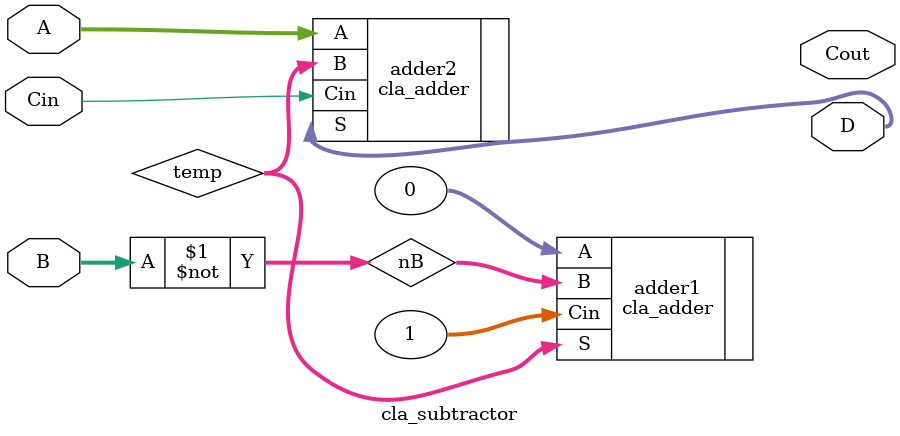
<source format=v>
module cla_subtractor (
        output  [3: 0]  D,
        output          Cout,
        input   [3: 0]  A,
        input   [3: 0]  B,
        input           Cin
    );

    // TODO
		wire [3:0] nB = ~B;
		wire [3:0] temp;
		
		cla_adder adder1(.S(temp), .A(0), .B(nB), .Cin(1));
		cla_adder adder2(.S(D), .A(A), .B(temp), .Cin(Cin));
endmodule

</source>
